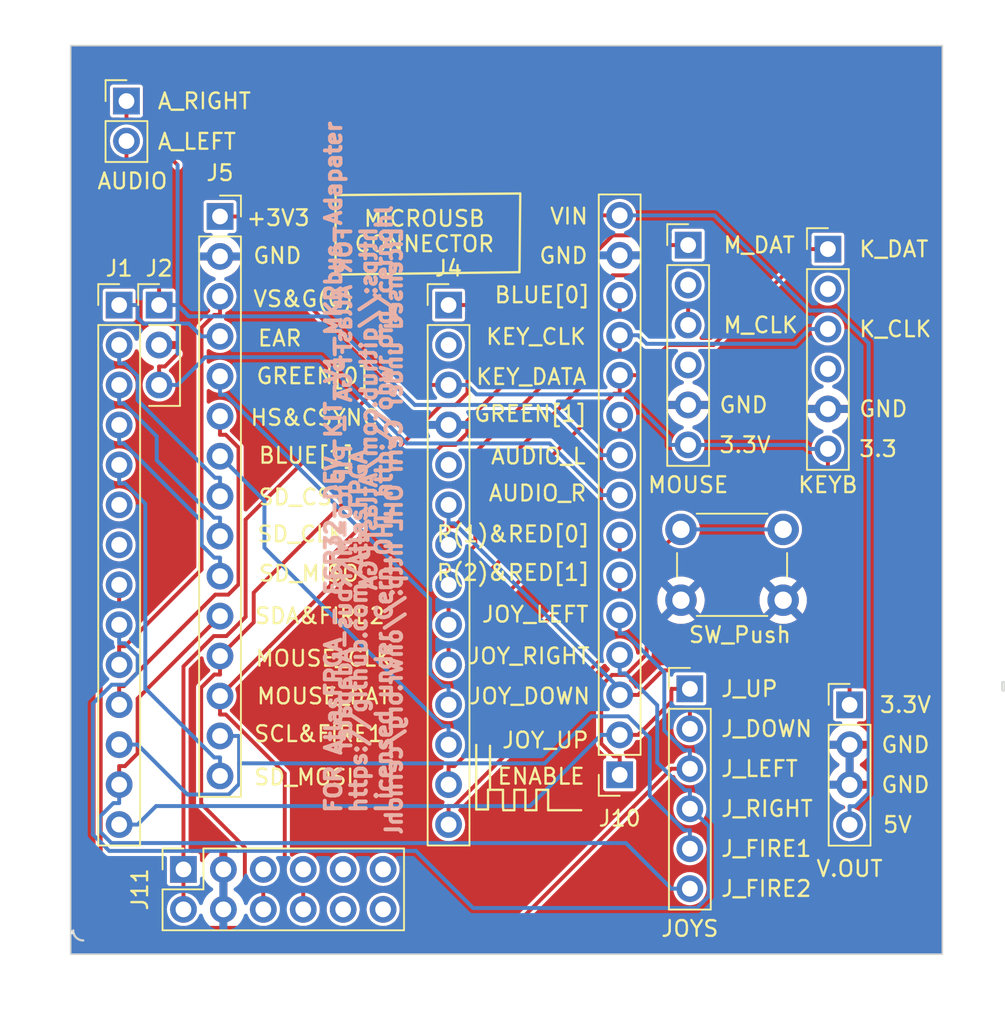
<source format=kicad_pcb>
(kicad_pcb (version 20211014) (generator pcbnew)
  (title_block (title "Atlas ESP32 DEV KIT V1 Adapter V0001") (date "2023-06-03") (rev "0001") (company "The Experiment Group") (comment 1 "LICENSE OHL CERN V2 S") (comment 2 "https://ohwr.org/cern_ohl_s_v2.txt"))
  (layers (0 "F.Cu" signal) (31 "B.Cu" signal) (34 "B.Paste" user) (35 "F.Paste" user) (36 "B.SilkS" user "B.Silkscreen") (37 "F.SilkS" user "F.Silkscreen") (38 "B.Mask" user) (39 "F.Mask" user) (44 "Edge.Cuts" user))
  (net 0 "")
  (net 1 "R12_SD_CS")
  (net 2 "T13_SD_CLK")
  (net 3 "R13_SD_MISO")
  (net 4 "T14_SD_MOSI")
  (net 5 "P14_SD_DATA1")
  (net 6 "R14_SD_DATA2")
  (net 7 "T15_JOY_LEFT")
  (net 8 "N16_JOY_RIGHT")
  (net 9 "TMDSC_P")
  (net 10 "TMDSC_N")
  (net 11 "K15_JOY_FIRE1")
  (net 12 "K16_JOY_FIRE2")
  (net 13 "J14_JOY_UP")
  (net 14 "GND")
  (net 15 "R11_RIGHT")
  (net 16 "+5V")
  (net 17 "VIN")
  (net 18 "+3.3V")
  (net 19 "RESET")
  (net 20 "R1_JOY_DOWN")
  (net 21 "TMDS_0_N")
  (net 22 "L2_KCLK")
  (net 23 "K2_KDAT")
  (net 24 "TMDS_1_P")
  (net 25 "TMDS_1_N")
  (net 26 "TMDS_0_P")
  (net 27 "TMDS_2_N")
  (net 28 "TMDS_2_P")
  (net 29 "MOUSE_DAT")
  (net 31 "MOUSE_CLK")
  (net 35 "Net-(J10-Pad1)")
  (footprint "Connector_PinHeader_2.54mm:PinHeader_1x06_P2.54mm_Vertical" (layer "F.Cu") (at 179.07 87.884)
    (fp_text reference "J8")
    (fp_text value "Conn_01x06" hide)
    (fp_text user "K_DAT" (at 1.905 0 unlocked) (layer "F.SilkS") (effects (justify left)))
    (fp_text user "K_CLK" (at 1.905 5.08 unlocked) (layer "F.SilkS") (effects (justify left)))
    (fp_text user "GND" (at 1.905 10.16 unlocked) (layer "F.SilkS") (effects (justify left)))
    (fp_text user "3.3" (at 1.905 12.7 unlocked) (layer "F.SilkS") (effects (justify left)))
    (pad "1" thru_hole rect (at 0 0) (size 1.7 1.7) (drill 1) (layers *.Cu *.Mask) (net 23 "K2_KDAT"))
    (pad "2" thru_hole oval (at 0 2.54) (size 1.7 1.7) (drill 1) (layers *.Cu *.Mask))
    (pad "3" thru_hole oval (at 0 5.08) (size 1.7 1.7) (drill 1) (layers *.Cu *.Mask) (net 22 "L2_KCLK"))
    (pad "4" thru_hole oval (at 0 7.62) (size 1.7 1.7) (drill 1) (layers *.Cu *.Mask))
    (pad "5" thru_hole oval (at 0 10.16) (size 1.7 1.7) (drill 1) (layers *.Cu *.Mask) (net 14 "GND"))
    (pad "6" thru_hole oval (at 0 12.7) (size 1.7 1.7) (drill 1) (layers *.Cu *.Mask) (net 18 "+3.3V"))
  )
  (footprint "Connector_PinHeader_2.54mm:PinHeader_1x14_P2.54mm_Vertical" (layer "F.Cu") (at 133.985 91.44)
    (fp_text reference "J1" (at 0 -2.33) (layer "F.SilkS"))
    (fp_text value "Conn_01x14" hide)
    (pad "1" thru_hole rect locked (at 0 0) (size 1.7 1.7) (drill 1) (layers *.Cu *.Mask) (net 15 "R11_RIGHT"))
    (pad "2" thru_hole oval locked (at 0 2.54) (size 1.7 1.7) (drill 1) (layers *.Cu *.Mask) (net 1 "R12_SD_CS"))
    (pad "3" thru_hole oval locked (at 0 5.08) (size 1.7 1.7) (drill 1) (layers *.Cu *.Mask) (net 2 "T13_SD_CLK"))
    (pad "4" thru_hole oval locked (at 0 7.62) (size 1.7 1.7) (drill 1) (layers *.Cu *.Mask) (net 3 "R13_SD_MISO"))
    (pad "5" thru_hole oval locked (at 0 10.16) (size 1.7 1.7) (drill 1) (layers *.Cu *.Mask) (net 4 "T14_SD_MOSI"))
    (pad "6" thru_hole oval locked (at 0 12.7) (size 1.7 1.7) (drill 1) (layers *.Cu *.Mask) (net 5 "P14_SD_DATA1"))
    (pad "7" thru_hole oval locked (at 0 15.24) (size 1.7 1.7) (drill 1) (layers *.Cu *.Mask) (net 6 "R14_SD_DATA2"))
    (pad "8" thru_hole oval locked (at 0 17.78) (size 1.7 1.7) (drill 1) (layers *.Cu *.Mask) (net 7 "T15_JOY_LEFT"))
    (pad "9" thru_hole oval locked (at 0 20.32) (size 1.7 1.7) (drill 1) (layers *.Cu *.Mask) (net 8 "N16_JOY_RIGHT"))
    (pad "10" thru_hole oval locked (at 0 22.86) (size 1.7 1.7) (drill 1) (layers *.Cu *.Mask) (net 9 "TMDSC_P"))
    (pad "11" thru_hole oval locked (at 0 25.4) (size 1.7 1.7) (drill 1) (layers *.Cu *.Mask) (net 10 "TMDSC_N"))
    (pad "12" thru_hole oval locked (at 0 27.94) (size 1.7 1.7) (drill 1) (layers *.Cu *.Mask) (net 11 "K15_JOY_FIRE1"))
    (pad "13" thru_hole oval locked (at 0 30.48) (size 1.7 1.7) (drill 1) (layers *.Cu *.Mask) (net 12 "K16_JOY_FIRE2"))
    (pad "14" thru_hole oval locked (at 0 33.02) (size 1.7 1.7) (drill 1) (layers *.Cu *.Mask) (net 13 "J14_JOY_UP"))
  )
  (footprint "Connector_PinHeader_2.54mm:PinHeader_1x14_P2.54mm_Vertical" (layer "F.Cu") (at 154.94 91.44)
    (fp_text reference "J4" (at 0 -2.33) (layer "F.SilkS"))
    (fp_text value "Conn_01x14")
    (pad "1" thru_hole rect locked (at 0 0) (size 1.7 1.7) (drill 1) (layers *.Cu *.Mask) (net 16 "+5V"))
    (pad "2" thru_hole oval locked (at 0 2.54) (size 1.7 1.7) (drill 1) (layers *.Cu *.Mask) (net 17 "VIN"))
    (pad "3" thru_hole oval locked (at 0 5.08) (size 1.7 1.7) (drill 1) (layers *.Cu *.Mask) (net 18 "+3.3V"))
    (pad "4" thru_hole oval locked (at 0 7.62) (size 1.7 1.7) (drill 1) (layers *.Cu *.Mask) (net 14 "GND"))
    (pad "5" thru_hole oval locked (at 0 10.16) (size 1.7 1.7) (drill 1) (layers *.Cu *.Mask) (net 19 "RESET"))
    (pad "6" thru_hole oval locked (at 0 12.7) (size 1.7 1.7) (drill 1) (layers *.Cu *.Mask) (net 20 "R1_JOY_DOWN"))
    (pad "7" thru_hole oval locked (at 0 15.24) (size 1.7 1.7) (drill 1) (layers *.Cu *.Mask) (net 21 "TMDS_0_N"))
    (pad "8" thru_hole oval locked (at 0 17.78) (size 1.7 1.7) (drill 1) (layers *.Cu *.Mask) (net 22 "L2_KCLK"))
    (pad "9" thru_hole oval locked (at 0 20.32) (size 1.7 1.7) (drill 1) (layers *.Cu *.Mask) (net 23 "K2_KDAT"))
    (pad "10" thru_hole oval locked (at 0 22.86) (size 1.7 1.7) (drill 1) (layers *.Cu *.Mask) (net 24 "TMDS_1_P"))
    (pad "11" thru_hole oval locked (at 0 25.4) (size 1.7 1.7) (drill 1) (layers *.Cu *.Mask) (net 25 "TMDS_1_N"))
    (pad "12" thru_hole oval locked (at 0 27.94) (size 1.7 1.7) (drill 1) (layers *.Cu *.Mask) (net 26 "TMDS_0_P"))
    (pad "13" thru_hole oval locked (at 0 30.48) (size 1.7 1.7) (drill 1) (layers *.Cu *.Mask) (net 27 "TMDS_2_N"))
    (pad "14" thru_hole oval locked (at 0 33.02) (size 1.7 1.7) (drill 1) (layers *.Cu *.Mask) (net 28 "TMDS_2_P"))
  )
  (footprint "Connector_PinHeader_2.54mm:PinHeader_1x06_P2.54mm_Vertical" (layer "F.Cu") (at 170.29 115.834)
    (fp_text reference "J9")
    (fp_text value "Conn_01x06" hide)
    (fp_text user "J_DOWN" (at 1.905 2.54 unlocked) (layer "F.SilkS") (effects (justify left)))
    (fp_text user "J_RIGHT" (at 1.905 7.62 unlocked) (layer "F.SilkS") (effects (justify left)))
    (fp_text user "J_FIRE2" (at 1.905 12.7 unlocked) (layer "F.SilkS") (effects (justify left)))
    (fp_text user "J_FIRE1" (at 1.905 10.16 unlocked) (layer "F.SilkS") (effects (justify left)))
    (fp_text user "J_LEFT" (at 1.905 5.08 unlocked) (layer "F.SilkS") (effects (justify left)))
    (fp_text user "J_UP" (at 1.905 0 unlocked) (layer "F.SilkS") (effects (justify left)))
    (pad "1" thru_hole rect (at 0 0) (size 1.7 1.7) (drill 1) (layers *.Cu *.Mask) (net 13 "J14_JOY_UP"))
    (pad "2" thru_hole oval (at 0 2.54) (size 1.7 1.7) (drill 1) (layers *.Cu *.Mask) (net 20 "R1_JOY_DOWN"))
    (pad "3" thru_hole oval (at 0 5.08) (size 1.7 1.7) (drill 1) (layers *.Cu *.Mask) (net 7 "T15_JOY_LEFT"))
    (pad "4" thru_hole oval (at 0 7.62) (size 1.7 1.7) (drill 1) (layers *.Cu *.Mask) (net 8 "N16_JOY_RIGHT"))
    (pad "5" thru_hole oval (at 0 10.16) (size 1.7 1.7) (drill 1) (layers *.Cu *.Mask) (net 11 "K15_JOY_FIRE1"))
    (pad "6" thru_hole oval (at 0 12.7) (size 1.7 1.7) (drill 1) (layers *.Cu *.Mask) (net 12 "K16_JOY_FIRE2"))
  )
  (footprint "Connector_PinSocket_2.54mm:PinSocket_1x15_P2.54mm_Vertical" (layer "F.Cu") (at 165.825 121.3 180)
    (fp_text reference "J10" (at 0 -2.77) (layer "F.SilkS"))
    (fp_text value "ESP32-a")
    (pad "1" thru_hole rect (at 0 0 180) (size 1.7 1.7) (drill 1) (layers *.Cu *.Mask) (net 35 "Net-(J10-Pad1)"))
    (pad "2" thru_hole oval (at 0 2.54 180) (size 1.7 1.7) (drill 1) (layers *.Cu *.Mask) (net 13 "J14_JOY_UP"))
    (pad "3" thru_hole oval (at 0 5.08 180) (size 1.7 1.7) (drill 1) (layers *.Cu *.Mask) (net 20 "R1_JOY_DOWN"))
    (pad "4" thru_hole oval (at 0 7.62 180) (size 1.7 1.7) (drill 1) (layers *.Cu *.Mask) (net 8 "N16_JOY_RIGHT"))
    (pad "5" thru_hole oval (at 0 10.16 180) (size 1.7 1.7) (drill 1) (layers *.Cu *.Mask) (net 7 "T15_JOY_LEFT"))
    (pad "6" thru_hole oval (at 0 12.7 180) (size 1.7 1.7) (drill 1) (layers *.Cu *.Mask) (net 28 "TMDS_2_P"))
    (pad "7" thru_hole oval (at 0 15.24 180) (size 1.7 1.7) (drill 1) (layers *.Cu *.Mask) (net 27 "TMDS_2_N"))
    (pad "8" thru_hole oval (at 0 17.78 180) (size 1.7 1.7) (drill 1) (layers *.Cu *.Mask) (net 15 "R11_RIGHT"))
    (pad "9" thru_hole oval (at 0 20.32 180) (size 1.7 1.7) (drill 1) (layers *.Cu *.Mask) (net 15 "R11_RIGHT"))
    (pad "10" thru_hole oval (at 0 22.86 180) (size 1.7 1.7) (drill 1) (layers *.Cu *.Mask) (net 24 "TMDS_1_P"))
    (pad "11" thru_hole oval (at 0 25.4 180) (size 1.7 1.7) (drill 1) (layers *.Cu *.Mask) (net 23 "K2_KDAT"))
    (pad "12" thru_hole oval (at 0 27.94 180) (size 1.7 1.7) (drill 1) (layers *.Cu *.Mask) (net 22 "L2_KCLK"))
    (pad "13" thru_hole oval (at 0 30.48 180) (size 1.7 1.7) (drill 1) (layers *.Cu *.Mask) (net 21 "TMDS_0_N"))
    (pad "14" thru_hole oval (at 0 33.02 180) (size 1.7 1.7) (drill 1) (layers *.Cu *.Mask) (net 14 "GND"))
    (pad "15" thru_hole oval (at 0 35.56 180) (size 1.7 1.7) (drill 1) (layers *.Cu *.Mask) (net 16 "+5V"))
  )
  (footprint "Connector_PinHeader_2.54mm:PinHeader_1x03_P2.54mm_Vertical" (layer "F.Cu") (at 136.525 91.44)
    (fp_text reference "J2" (at 0 -2.33) (layer "F.SilkS"))
    (fp_text value "Conn_01x03" hide)
    (pad "1" thru_hole rect (at 0 0) (size 1.7 1.7) (drill 1) (layers *.Cu *.Mask) (net 15 "R11_RIGHT"))
    (pad "2" thru_hole oval (at 0 2.54) (size 1.7 1.7) (drill 1) (layers *.Cu *.Mask) (net 14 "GND"))
    (pad "3" thru_hole oval (at 0 5.08) (size 1.7 1.7) (drill 1) (layers *.Cu *.Mask) (net 15 "R11_RIGHT"))
  )
  (footprint "Connector_PinSocket_2.54mm:PinSocket_1x15_P2.54mm_Vertical" (layer "F.Cu") (at 140.4 85.81)
    (fp_text reference "J5" (at 0 -2.77) (layer "F.SilkS"))
    (fp_text value "ESP32-b")
    (pad "1" thru_hole rect (at 0 0) (size 1.7 1.7) (drill 1) (layers *.Cu *.Mask) (net 18 "+3.3V"))
    (pad "2" thru_hole oval (at 0 2.54) (size 1.7 1.7) (drill 1) (layers *.Cu *.Mask) (net 14 "GND"))
    (pad "3" thru_hole oval (at 0 5.08) (size 1.7 1.7) (drill 1) (layers *.Cu *.Mask) (net 9 "TMDSC_P"))
    (pad "4" thru_hole oval (at 0 7.62) (size 1.7 1.7) (drill 1) (layers *.Cu *.Mask) (net 15 "R11_RIGHT"))
    (pad "5" thru_hole oval (at 0 10.16) (size 1.7 1.7) (drill 1) (layers *.Cu *.Mask) (net 25 "TMDS_1_N"))
    (pad "6" thru_hole oval (at 0 12.7) (size 1.7 1.7) (drill 1) (layers *.Cu *.Mask) (net 10 "TMDSC_N"))
    (pad "7" thru_hole oval (at 0 15.24) (size 1.7 1.7) (drill 1) (layers *.Cu *.Mask) (net 26 "TMDS_0_P"))
    (pad "8" thru_hole oval (at 0 17.78) (size 1.7 1.7) (drill 1) (layers *.Cu *.Mask) (net 1 "R12_SD_CS"))
    (pad "9" thru_hole oval (at 0 20.32) (size 1.7 1.7) (drill 1) (layers *.Cu *.Mask) (net 2 "T13_SD_CLK"))
    (pad "10" thru_hole oval (at 0 22.86) (size 1.7 1.7) (drill 1) (layers *.Cu *.Mask) (net 3 "R13_SD_MISO"))
    (pad "11" thru_hole oval (at 0 25.4) (size 1.7 1.7) (drill 1) (layers *.Cu *.Mask) (net 12 "K16_JOY_FIRE2"))
    (pad "12" thru_hole oval (at 0 27.94) (size 1.7 1.7) (drill 1) (layers *.Cu *.Mask) (net 31 "MOUSE_CLK"))
    (pad "13" thru_hole oval (at 0 30.48) (size 1.7 1.7) (drill 1) (layers *.Cu *.Mask) (net 29 "MOUSE_DAT"))
    (pad "14" thru_hole oval (at 0 33.02) (size 1.7 1.7) (drill 1) (layers *.Cu *.Mask) (net 11 "K15_JOY_FIRE1"))
    (pad "15" thru_hole oval (at 0 35.56) (size 1.7 1.7) (drill 1) (layers *.Cu *.Mask) (net 4 "T14_SD_MOSI"))
  )
  (footprint "Button_Switch_THT:SW_PUSH_6mm" (layer "F.Cu") (at 169.724 105.7)
    (fp_text reference "SW1")
    (fp_text value "SW_Push" (at 3.75 6.7) (layer "F.SilkS"))
    (pad "1" thru_hole circle locked (at 6.5 0 90) (size 2 2) (drill 1.1) (layers *.Cu *.Mask) (net 35 "Net-(J10-Pad1)"))
    (pad "1" thru_hole circle locked (at 0 0 90) (size 2 2) (drill 1.1) (layers *.Cu *.Mask) (net 35 "Net-(J10-Pad1)"))
    (pad "2" thru_hole circle locked (at 0 4.5 90) (size 2 2) (drill 1.1) (layers *.Cu *.Mask) (net 14 "GND"))
    (pad "2" thru_hole circle locked (at 6.5 4.5 90) (size 2 2) (drill 1.1) (layers *.Cu *.Mask) (net 14 "GND"))
  )
  (footprint "Connector_PinHeader_2.54mm:PinHeader_1x02_P2.54mm_Vertical" (layer "F.Cu") (at 134.45 78.475)
    (fp_text reference "J3")
    (fp_text value "Conn_01x02" hide)
    (fp_text user "A_LEFT" (at 1.905 2.57 unlocked) (layer "F.SilkS") (effects (justify left)))
    (fp_text user "A_RIGHT" (at 1.905 0 unlocked) (layer "F.SilkS") (effects (justify left)))
    (pad "1" thru_hole rect (at 0 0) (size 1.7 1.7) (drill 1) (layers *.Cu *.Mask) (net 15 "R11_RIGHT"))
    (pad "2" thru_hole oval (at 0 2.54) (size 1.7 1.7) (drill 1) (layers *.Cu *.Mask) (net 15 "R11_RIGHT"))
  )
  (footprint "Connector_PinHeader_2.54mm:PinHeader_1x04_P2.54mm_Vertical" (layer "F.Cu") (at 180.45 116.85)
    (fp_text reference "J7")
    (fp_text value "Conn_01x04" hide)
    (fp_text user "GND" (at 3.556 2.54 unlocked) (layer "F.SilkS"))
    (fp_text user "GND" (at 3.556 5.08 unlocked) (layer "F.SilkS"))
    (fp_text user "3.3V" (at 3.556 0 unlocked) (layer "F.SilkS"))
    (fp_text user "5V" (at 3.048 7.62 unlocked) (layer "F.SilkS"))
    (pad "1" thru_hole rect (at 0 0) (size 1.7 1.7) (drill 1) (layers *.Cu *.Mask) (net 18 "+3.3V"))
    (pad "2" thru_hole oval (at 0 2.54) (size 1.7 1.7) (drill 1) (layers *.Cu *.Mask) (net 14 "GND"))
    (pad "3" thru_hole oval (at 0 5.08) (size 1.7 1.7) (drill 1) (layers *.Cu *.Mask) (net 14 "GND"))
    (pad "4" thru_hole oval (at 0 7.62) (size 1.7 1.7) (drill 1) (layers *.Cu *.Mask) (net 16 "+5V"))
  )
  (footprint "Connector_PinSocket_2.54mm:PinSocket_2x06_P2.54mm_Vertical" (layer "F.Cu") (at 138.075 127.31 90)
    (fp_text reference "J11" (at -1.27 -2.77 90) (layer "F.SilkS"))
    (fp_text value "Conn_02x06_Odd_Even")
    (pad "1" thru_hole rect (at 0 0 90) (size 1.7 1.7) (drill 1) (layers *.Cu *.Mask) (net 18 "+3.3V"))
    (pad "2" thru_hole oval (at -2.54 0 90) (size 1.7 1.7) (drill 1) (layers *.Cu *.Mask) (net 18 "+3.3V"))
    (pad "3" thru_hole oval (at 0 2.54 90) (size 1.7 1.7) (drill 1) (layers *.Cu *.Mask) (net 14 "GND"))
    (pad "4" thru_hole oval (at -2.54 2.54 90) (size 1.7 1.7) (drill 1) (layers *.Cu *.Mask) (net 14 "GND"))
    (pad "5" thru_hole oval (at 0 5.08 90) (size 1.7 1.7) (drill 1) (layers *.Cu *.Mask))
    (pad "6" thru_hole oval (at -2.54 5.08 90) (size 1.7 1.7) (drill 1) (layers *.Cu *.Mask) (net 31 "MOUSE_CLK"))
    (pad "7" thru_hole oval (at 0 7.62 90) (size 1.7 1.7) (drill 1) (layers *.Cu *.Mask))
    (pad "8" thru_hole oval (at -2.54 7.62 90) (size 1.7 1.7) (drill 1) (layers *.Cu *.Mask) (net 29 "MOUSE_DAT"))
    (pad "9" thru_hole oval (at 0 10.16 90) (size 1.7 1.7) (drill 1) (layers *.Cu *.Mask))
    (pad "10" thru_hole oval (at -2.54 10.16 90) (size 1.7 1.7) (drill 1) (layers *.Cu *.Mask))
    (pad "11" thru_hole oval (at 0 12.7 90) (size 1.7 1.7) (drill 1) (layers *.Cu *.Mask))
    (pad "12" thru_hole oval (at -2.54 12.7 90) (size 1.7 1.7) (drill 1) (layers *.Cu *.Mask))
  )
  (footprint "Connector_PinHeader_2.54mm:PinHeader_1x06_P2.54mm_Vertical" (layer "F.Cu") (at 170.18 87.63)
    (fp_text reference "J6")
    (fp_text value "Conn_01x06" hide)
    (fp_text user "M_DAT" (at 2.159 0 unlocked) (layer "F.SilkS") (effects (justify left)))
    (fp_text user "M_CLK" (at 2.159 5.08 unlocked) (layer "F.SilkS") (effects (justify left)))
    (fp_text user "3.3V" (at 1.905 12.7 unlocked) (layer "F.SilkS") (effects (justify left)))
    (fp_text user "GND" (at 1.905 10.16 unlocked) (layer "F.SilkS") (effects (justify left)))
    (pad "1" thru_hole rect (at 0 0) (size 1.7 1.7) (drill 1) (layers *.Cu *.Mask) (net 29 "MOUSE_DAT"))
    (pad "2" thru_hole oval (at 0 2.54) (size 1.7 1.7) (drill 1) (layers *.Cu *.Mask))
    (pad "3" thru_hole oval (at 0 5.08) (size 1.7 1.7) (drill 1) (layers *.Cu *.Mask) (net 31 "MOUSE_CLK"))
    (pad "4" thru_hole oval (at 0 7.62) (size 1.7 1.7) (drill 1) (layers *.Cu *.Mask))
    (pad "5" thru_hole oval (at 0 10.16) (size 1.7 1.7) (drill 1) (layers *.Cu *.Mask) (net 14 "GND"))
    (pad "6" thru_hole oval (at 0 12.7) (size 1.7 1.7) (drill 1) (layers *.Cu *.Mask) (net 18 "+3.3V"))
  )
  (gr_line (start 157.45 122.25) (end 158.4 122.25) (layer "F.SilkS") (width 0.15))
  (gr_line (start 159.825 122.25) (end 159.825 123.55) (layer "F.SilkS") (width 0.15))
  (gr_line (start 161.275 123.55) (end 163.375 123.55) (layer "F.SilkS") (width 0.15))
  (gr_line (start 160.525 122.25) (end 161.275 122.25) (layer "F.SilkS") (width 0.15))
  (gr_line (start 156.7 119.4) (end 156.7 123.5) (layer "F.SilkS") (width 0.15))
  (gr_line (start 159.825 123.55) (end 160.525 123.55) (layer "F.SilkS") (width 0.15))
  (gr_line (start 160.525 123.55) (end 160.525 122.25) (layer "F.SilkS") (width 0.15))
  (gr_line (start 158.4 122.25) (end 158.4 123.3) (layer "F.SilkS") (width 0.15))
  (gr_line (start 158.4 123.3) (end 158.425 123.55) (layer "F.SilkS") (width 0.15))
  (gr_line (start 157.575 119.45) (end 157.575 122.25) (layer "F.SilkS") (width 0.15))
  (gr_line (start 156.7 123.5) (end 157.45 123.5) (layer "F.SilkS") (width 0.15))
  (gr_line (start 161.275 122.25) (end 161.275 123.55) (layer "F.SilkS") (width 0.15))
  (gr_line (start 158.425 123.55) (end 159.125 123.55) (layer "F.SilkS") (width 0.15))
  (gr_line (start 159.125 123.55) (end 159.125 122.25) (layer "F.SilkS") (width 0.15))
  (gr_line (start 159.5 84.35) (end 147.75 84.45) (layer "F.SilkS") (width 0.15))
  (gr_line (start 159.125 122.25) (end 159.825 122.25) (layer "F.SilkS") (width 0.15))
  (gr_line (start 157.45 123.5) (end 157.45 122.25) (layer "F.SilkS") (width 0.15))
  (gr_line (start 147.75 89.5) (end 159.45 89.35) (layer "F.SilkS") (width 0.15))
  (gr_line (start 159.45 89.35) (end 159.5 84.35) (layer "F.SilkS") (width 0.15))
  (gr_line (start 147.75 84.45) (end 147.75 89.5) (layer "F.SilkS") (width 0.15))
  (gr_rect (start 190.3 115.95) (end 190.15 115.4) (layer "Edge.Cuts") (width 0.1) (fill none))
  (gr_rect (start 130.9 74.95) (end 186.35 132.7) (layer "Edge.Cuts") (width 0.1) (fill none))
  (gr_arc (start 131.699 131.826) (mid 131.249987 131.640013) (end 131.064 131.191) (layer "Edge.Cuts") (width 0.15))
  (gr_text "FOR AtlasFPGA - PiPico-MKRbus-Adapater\nhttps://github.com/AtlasFPGA\nLicensed under Cern OHL http://ohwr.org/cernohl" (at 149.86 86.36 90) (layer "B.SilkS") (effects (font (size 1 1) (thickness 0.25)) (justify left mirror)))
  (gr_text "FOR AtlasFPGA - ESP32-DEV-KIT-V1-MKRbus-Adapater\nhttps://github.com/AtlasFPGA\nLicensed under Cern OHL http://ohwr.org/cernohl" (at 149.225 123.825 90) (layer "B.SilkS") (effects (font (size 1 1) (thickness 0.25)) (justify left)))
  (gr_text "AUDIO_R" (at 160.6 103.4) (layer "F.SilkS") (effects (font (size 1 1))))
  (gr_text "MOUSE_CLK\n" (at 147 113.9) (layer "F.SilkS") (effects (font (size 1 1))))
  (gr_text "EAR\n" (at 144.2 93.55) (layer "F.SilkS") (effects (font (size 1 1))))
  (gr_text "JOYS" (at 170.29 131.074) (layer "F.SilkS") (effects (font (size 1 1))))
  (gr_text "KEY_DATA\n" (at 160.2 96) (layer "F.SilkS") (effects (font (size 1 1))))
  (gr_text "R(1)&RED[0]" (at 159.05 106) (layer "F.SilkS") (effects (font (size 1 1))))
  (gr_text "KEYB" (at 179.07 102.87) (layer "F.SilkS") (effects (font (size 1 1))))
  (gr_text "BLUE[1]" (at 145.9 101) (layer "F.SilkS") (effects (font (size 1 1))))
  (gr_text "SCL&FIRE1\n\n" (at 146.675 119.5) (layer "F.SilkS") (effects (font (size 1 1))))
  (gr_text "JOY_UP" (at 161.1 119.1) (layer "F.SilkS") (effects (font (size 1 1))))
  (gr_text "JOY_DOWN" (at 160.1 116.3) (layer "F.SilkS") (effects (font (size 1 1))))
  (gr_text "SD_MISO\n" (at 146.05 108.5) (layer "F.SilkS") (effects (font (size 1 1))))
  (gr_text "AUDIO_L\n" (at 160.65 101.05) (layer "F.SilkS") (effects (font (size 1 1))))
  (gr_text "AUDIO" (at 134.831 83.56) (layer "F.SilkS") (effects (font (size 1 1))))
  (gr_text "ENABLE" (at 160.825 121.4) (layer "F.SilkS") (effects (font (size 1 1))))
  (gr_text "SDA&FIRE2" (at 146.75 111.2) (layer "F.SilkS") (effects (font (size 1 1))))
  (gr_text "KEY_CLK\n" (at 160.5 93.45) (layer "F.SilkS") (effects (font (size 1 1))))
  (gr_text "V.OUT" (at 180.45 127.264) (layer "F.SilkS") (effects (font (size 1 1))))
  (gr_text "MICROUSB\nCONNECTOR\n" (at 153.4 86.75) (layer "F.SilkS") (effects (font (size 1 1))))
  (gr_text "+3V3" (at 144.1 85.9) (layer "F.SilkS") (effects (font (size 1 1))))
  (gr_text "SD_CS" (at 145.2 103.65) (layer "F.SilkS") (effects (font (size 1 1))))
  (gr_text "MOUSE_DAT" (at 147 116.3) (layer "F.SilkS") (effects (font (size 1 1))))
  (gr_text "GREEN[0]" (at 146.3 95.95) (layer "F.SilkS") (effects (font (size 1 1))))
  (gr_text "JOY_LEFT" (at 160.45 111.1) (layer "F.SilkS") (effects (font (size 1 1))))
  (gr_text "BLUE[0]" (at 160.9 90.8) (layer "F.SilkS") (effects (font (size 1 1))))
  (gr_text "JOY_RIGHT" (at 160.05 113.75) (layer "F.SilkS") (effects (font (size 1 1))))
  (gr_text "GND\n" (at 162.25 88.3) (layer "F.SilkS") (effects (font (size 1 1))))
  (gr_text "VS&G(0)" (at 145.7 91.05) (layer "F.SilkS") (effects (font (size 1 1))))
  (gr_text "MOUSE" (at 170.18 102.87) (layer "F.SilkS") (effects (font (size 1 1))))
  (gr_text "R(2)&RED[1]" (at 159.05 108.45) (layer "F.SilkS") (effects (font (size 1 1))))
  (gr_text "VIN" (at 162.6 85.8) (layer "F.SilkS") (effects (font (size 1 1))))
  (gr_text "GND\n" (at 144.05 88.3) (layer "F.SilkS") (effects (font (size 1 1))))
  (gr_text "SD_MOSI\n" (at 145.75 121.45) (layer "F.SilkS") (effects (font (size 1 1))))
  (gr_text "SD_CLK\n" (at 145.55 106) (layer "F.SilkS") (effects (font (size 1 1))))
  (gr_text "GREEN[1]" (at 160.15 98.35) (layer "F.SilkS") (effects (font (size 1 1))))
  (gr_text "HS&CSYNC\n\n" (at 146.4 99.4) (layer "F.SilkS") (effects (font (size 1 1))))
  (segment (start 135.1603 97.494) (end 135.1603 95.9632) (width 0.25) (layer "B.Cu") (net 1))
  (segment (start 135.1603 95.9632) (end 134.3524 95.1553) (width 0.25) (layer "B.Cu") (net 1))
  (segment (start 140.081 102.4147) (end 135.1603 97.494) (width 0.25) (layer "B.Cu") (net 1))
  (segment (start 134.3524 95.1553) (end 133.985 95.1553) (width 0.25) (layer "B.Cu") (net 1))
  (segment (start 133.985 93.98) (end 133.985 95.1553) (width 0.25) (layer "B.Cu") (net 1))
  (segment (start 140.4 102.4147) (end 140.081 102.4147) (width 0.25) (layer "B.Cu") (net 1))
  (segment (start 140.4 103.59) (end 140.4 102.4147) (width 0.25) (layer "B.Cu") (net 1))
  (segment (start 136.3754 101.3106) (end 136.3754 99.785) (width 0.25) (layer "B.Cu") (net 2))
  (segment (start 140.4 104.9547) (end 140.0195 104.9547) (width 0.25) (layer "B.Cu") (net 2))
  (segment (start 136.3754 99.785) (end 134.2857 97.6953) (width 0.25) (layer "B.Cu") (net 2))
  (segment (start 140.4 106.13) (end 140.4 104.9547) (width 0.25) (layer "B.Cu") (net 2))
  (segment (start 134.2857 97.6953) (end 133.985 97.6953) (width 0.25) (layer "B.Cu") (net 2))
  (segment (start 140.0195 104.9547) (end 136.3754 101.3106) (width 0.25) (layer "B.Cu") (net 2))
  (segment (start 133.985 96.52) (end 133.985 97.6953) (width 0.25) (layer "B.Cu") (net 2))
  (segment (start 140.4 108.67) (end 140.4 107.4947) (width 0.25) (layer "B.Cu") (net 3))
  (segment (start 139.2247 105.1774) (end 134.2826 100.2353) (width 0.25) (layer "B.Cu") (net 3))
  (segment (start 133.985 99.06) (end 133.985 100.2353) (width 0.25) (layer "B.Cu") (net 3))
  (segment (start 140.4 107.4947) (end 140.0326 107.4947) (width 0.25) (layer "B.Cu") (net 3))
  (segment (start 134.2826 100.2353) (end 133.985 100.2353) (width 0.25) (layer "B.Cu") (net 3))
  (segment (start 140.0326 107.4947) (end 139.2247 106.6868) (width 0.25) (layer "B.Cu") (net 3))
  (segment (start 139.2247 106.6868) (end 139.2247 105.1774) (width 0.25) (layer "B.Cu") (net 3))
  (segment (start 134.3523 102.7753) (end 133.985 102.7753) (width 0.25) (layer "B.Cu") (net 4))
  (segment (start 135.6488 115.8108) (end 135.6488 104.0718) (width 0.25) (layer "B.Cu") (net 4))
  (segment (start 140.0327 120.1947) (end 135.6488 115.8108) (width 0.25) (layer "B.Cu") (net 4))
  (segment (start 140.4 121.37) (end 140.4 120.1947) (width 0.25) (layer "B.Cu") (net 4))
  (segment (start 140.4 120.1947) (end 140.0327 120.1947) (width 0.25) (layer "B.Cu") (net 4))
  (segment (start 133.985 101.6) (end 133.985 102.7753) (width 0.25) (layer "B.Cu") (net 4))
  (segment (start 135.6488 104.0718) (end 134.3523 102.7753) (width 0.25) (layer "B.Cu") (net 4))
  (segment (start 137.5654 131.0266) (end 132.8097 126.2709) (width 0.25) (layer "F.Cu") (net 7))
  (segment (start 170.29 120.914) (end 169.1147 120.914) (width 0.25) (layer "F.Cu") (net 7))
  (segment (start 132.8097 126.2709) (end 132.8097 111.2032) (width 0.25) (layer "F.Cu") (net 7))
  (segment (start 133.985 109.22) (end 133.985 110.3953) (width 0.25) (layer "F.Cu") (net 7))
  (segment (start 159.0021 131.0266) (end 137.5654 131.0266) (width 0.25) (layer "F.Cu") (net 7))
  (segment (start 169.1147 120.914) (end 159.0021 131.0266) (width 0.25) (layer "F.Cu") (net 7))
  (segment (start 133.6176 110.3953) (end 133.985 110.3953) (width 0.25) (layer "F.Cu") (net 7))
  (segment (start 132.8097 111.2032) (end 133.6176 110.3953) (width 0.25) (layer "F.Cu") (net 7))
  (segment (start 168.6644 114.7874) (end 168.6644 118.4805) (width 0.25) (layer "B.Cu") (net 7))
  (segment (start 170.29 120.914) (end 170.29 119.7387) (width 0.25) (layer "B.Cu") (net 7))
  (segment (start 169.9226 119.7387) (end 170.29 119.7387) (width 0.25) (layer "B.Cu") (net 7))
  (segment (start 166.1923 112.3153) (end 168.6644 114.7874) (width 0.25) (layer "B.Cu") (net 7))
  (segment (start 165.825 112.3153) (end 166.1923 112.3153) (width 0.25) (layer "B.Cu") (net 7))
  (segment (start 168.6644 118.4805) (end 169.9226 119.7387) (width 0.25) (layer "B.Cu") (net 7))
  (segment (start 165.825 111.14) (end 165.825 112.3153) (width 0.25) (layer "B.Cu") (net 7))
  (segment (start 156.4925 129.7629) (end 170.743 129.7629) (width 0.25) (layer "B.Cu") (net 8))
  (segment (start 171.492 124.5704) (end 170.29 123.3684) (width 0.25) (layer "B.Cu") (net 8))
  (segment (start 133.5144 115.57) (end 132.3116 116.7728) (width 0.25) (layer "B.Cu") (net 8))
  (segment (start 133.985 111.76) (end 133.985 112.9353) (width 0.25) (layer "B.Cu") (net 8))
  (segment (start 168.2141 120.5154) (end 169.9774 122.2787) (width 0.25) (layer "B.Cu") (net 8))
  (segment (start 135.1603 114.7946) (end 134.3849 115.57) (width 0.25) (layer "B.Cu") (net 8))
  (segment (start 133.3532 126.1347) (end 152.8643 126.1347) (width 0.25) (layer "B.Cu") (net 8))
  (segment (start 170.29 123.2453) (end 170.29 122.2787) (width 0.25) (layer "B.Cu") (net 8))
  (segment (start 135.1603 113.7432) (end 135.1603 114.7946) (width 0.25) (layer "B.Cu") (net 8))
  (segment (start 168.2141 116.877) (end 168.2141 120.5154) (width 0.25) (layer "B.Cu") (net 8))
  (segment (start 169.9774 122.2787) (end 170.29 122.2787) (width 0.25) (layer "B.Cu") (net 8))
  (segment (start 165.825 114.8553) (end 166.1924 114.8553) (width 0.25) (layer "B.Cu") (net 8))
  (segment (start 132.3116 116.7728) (end 132.3116 125.0931) (width 0.25) (layer "B.Cu") (net 8))
  (segment (start 134.3524 112.9353) (end 135.1603 113.7432) (width 0.25) (layer "B.Cu") (net 8))
  (segment (start 134.3849 115.57) (end 133.5144 115.57) (width 0.25) (layer "B.Cu") (net 8))
  (segment (start 132.3116 125.0931) (end 133.3532 126.1347) (width 0.25) (layer "B.Cu") (net 8))
  (segment (start 170.29 123.454) (end 170.29 123.3684) (width 0.25) (layer "B.Cu") (net 8))
  (segment (start 171.492 129.0139) (end 171.492 124.5704) (width 0.25) (layer "B.Cu") (net 8))
  (segment (start 166.1924 114.8553) (end 168.2141 116.877) (width 0.25) (layer "B.Cu") (net 8))
  (segment (start 165.825 113.68) (end 165.825 114.8553) (width 0.25) (layer "B.Cu") (net 8))
  (segment (start 152.8643 126.1347) (end 156.4925 129.7629) (width 0.25) (layer "B.Cu") (net 8))
  (segment (start 170.743 129.7629) (end 171.492 129.0139) (width 0.25) (layer "B.Cu") (net 8))
  (segment (start 170.29 123.2453) (end 170.29 123.3684) (width 0.25) (layer "B.Cu") (net 8))
  (segment (start 133.985 112.9353) (end 134.3524 112.9353) (width 0.25) (layer "B.Cu") (net 8))
  (segment (start 140.0326 92.0653) (end 139.2247 92.8732) (width 0.25) (layer "F.Cu") (net 9))
  (segment (start 140.4 90.89) (end 140.4 92.0653) (width 0.25) (layer "F.Cu") (net 9))
  (segment (start 139.2247 92.8732) (end 139.2247 108.2523) (width 0.25) (layer "F.Cu") (net 9))
  (segment (start 133.985 114.3) (end 133.985 113.1247) (width 0.25) (layer "F.Cu") (net 9))
  (segment (start 134.3523 113.1247) (end 133.985 113.1247) (width 0.25) (layer "F.Cu") (net 9))
  (segment (start 139.2247 108.2523) (end 134.3523 113.1247) (width 0.25) (layer "F.Cu") (net 9))
  (segment (start 140.4 92.0653) (end 140.0326 92.0653) (width 0.25) (layer "F.Cu") (net 9))
  (segment (start 140.4 98.51) (end 140.4 99.6853) (width 0.25) (layer "F.Cu") (net 10))
  (segment (start 134.2826 115.6647) (end 133.985 115.6647) (width 0.25) (layer "F.Cu") (net 10))
  (segment (start 140.4 99.6853) (end 140.7673 99.6853) (width 0.25) (layer "F.Cu") (net 10))
  (segment (start 140.9271 109.8454) (end 140.1019 109.8454) (width 0.25) (layer "F.Cu") (net 10))
  (segment (start 141.578 109.1945) (end 140.9271 109.8454) (width 0.25) (layer "F.Cu") (net 10))
  (segment (start 133.985 116.84) (end 133.985 115.6647) (width 0.25) (layer "F.Cu") (net 10))
  (segment (start 140.1019 109.8454) (end 134.2826 115.6647) (width 0.25) (layer "F.Cu") (net 10))
  (segment (start 140.7673 99.6853) (end 141.578 100.496) (width 0.25) (layer "F.Cu") (net 10))
  (segment (start 141.578 100.496) (end 141.578 109.1945) (width 0.25) (layer "F.Cu") (net 10))
  (segment (start 161.0558 120.5688) (end 141.6149 120.5688) (width 0.25) (layer "B.Cu") (net 11))
  (segment (start 164.0447 117.5799) (end 161.0558 120.5688) (width 0.25) (layer "B.Cu") (net 11))
  (segment (start 141.6149 118.8696) (end 141.5753 118.83) (width 0.25) (layer "B.Cu") (net 11))
  (segment (start 170.29 125.994) (end 170.29 124.8187) (width 0.25) (layer "B.Cu") (net 11))
  (segment (start 135.1603 119.38) (end 138.3305 122.5502) (width 0.25) (layer "B.Cu") (net 11))
  (segment (start 133.985 119.38) (end 135.1603 119.38) (width 0.25) (layer "B.Cu") (net 11))
  (segment (start 140.4 118.83) (end 141.5753 118.83) (width 0.25) (layer "B.Cu") (net 11))
  (segment (start 170.29 124.8187) (end 169.9227 124.8187) (width 0.25) (layer "B.Cu") (net 11))
  (segment (start 138.3305 122.5502) (end 140.9518 122.5502) (width 0.25) (layer "B.Cu") (net 11))
  (segment (start 141.6149 121.8871) (end 141.6149 120.5688) (width 0.25) (layer "B.Cu") (net 11))
  (segment (start 166.3551 117.5799) (end 164.0447 117.5799) (width 0.25) (layer "B.Cu") (net 11))
  (segment (start 140.9518 122.5502) (end 141.6149 121.8871) (width 0.25) (layer "B.Cu") (net 11))
  (segment (start 167.7346 122.6306) (end 167.7346 118.9594) (width 0.25) (layer "B.Cu") (net 11))
  (segment (start 167.7346 118.9594) (end 166.3551 117.5799) (width 0.25) (layer "B.Cu") (net 11))
  (segment (start 169.9227 124.8187) (end 167.7346 122.6306) (width 0.25) (layer "B.Cu") (net 11))
  (segment (start 141.6149 120.5688) (end 141.6149 118.8696) (width 0.25) (layer "B.Cu") (net 11))
  (segment (start 133.985 121.92) (end 133.985 120.7447) (width 0.25) (layer "F.Cu") (net 12))
  (segment (start 135.1603 119.9368) (end 134.3524 120.7447) (width 0.25) (layer "F.Cu") (net 12))
  (segment (start 140.4 111.21) (end 135.1603 116.4497) (width 0.25) (layer "F.Cu") (net 12))
  (segment (start 134.3524 120.7447) (end 133.985 120.7447) (width 0.25) (layer "F.Cu") (net 12))
  (segment (start 135.1603 116.4497) (end 135.1603 119.9368) (width 0.25) (layer "F.Cu") (net 12))
  (segment (start 133.985 123.0953) (end 133.6177 123.0953) (width 0.25) (layer "B.Cu") (net 12))
  (segment (start 132.7619 123.9511) (end 132.7619 124.9065) (width 0.25) (layer "B.Cu") (net 12))
  (segment (start 132.7619 124.9065) (end 133.4908 125.6354) (width 0.25) (layer "B.Cu") (net 12))
  (segment (start 133.985 121.92) (end 133.985 123.0953) (width 0.25) (layer "B.Cu") (net 12))
  (segment (start 133.4908 125.6354) (end 166.2161 125.6354) (width 0.25) (layer "B.Cu") (net 12))
  (segment (start 166.2161 125.6354) (end 169.1147 128.534) (width 0.25) (layer "B.Cu") (net 12))
  (segment (start 170.29 128.534) (end 169.1147 128.534) (width 0.25) (layer "B.Cu") (net 12))
  (segment (start 133.6177 123.0953) (end 132.7619 123.9511) (width 0.25) (layer "B.Cu") (net 12))
  (segment (start 165.825 118.76) (end 167.0003 118.76) (width 0.25) (layer "F.Cu") (net 13))
  (segment (start 169.1147 116.6456) (end 169.1147 115.834) (width 0.25) (layer "F.Cu") (net 13))
  (segment (start 167.0003 118.76) (end 169.1147 116.6456) (width 0.25) (layer "F.Cu") (net 13))
  (segment (start 170.29 115.834) (end 169.1147 115.834) (width 0.25) (layer "F.Cu") (net 13))
  (segment (start 160.125 123.2847) (end 136.3356 123.2847) (width 0.25) (layer "B.Cu") (net 13))
  (segment (start 136.3356 123.2847) (end 135.1603 124.46) (width 0.25) (layer "B.Cu") (net 13))
  (segment (start 133.985 124.46) (end 135.1603 124.46) (width 0.25) (layer "B.Cu") (net 13))
  (segment (start 165.825 118.76) (end 164.6497 118.76) (width 0.25) (layer "B.Cu") (net 13))
  (segment (start 164.6497 118.76) (end 160.125 123.2847) (width 0.25) (layer "B.Cu") (net 13))
  (segment (start 134.8173 79.6503) (end 137.7003 82.5333) (width 0.25) (layer "F.Cu") (net 15))
  (segment (start 134.45 79.6503) (end 134.8173 79.6503) (width 0.25) (layer "F.Cu") (net 15))
  (segment (start 134.45 81.015) (end 134.45 88.1897) (width 0.25) (layer "F.Cu") (net 15))
  (segment (start 136.8924 95.3447) (end 136.525 95.3447) (width 0.25) (layer "F.Cu") (net 15))
  (segment (start 136.525 96.52) (end 136.525 95.3447) (width 0.25) (layer "F.Cu") (net 15))
  (segment (start 136.525 91.44) (end 136.525 90.2647) (width 0.25) (layer "F.Cu") (net 15))
  (segment (start 137.7003 94.5368) (end 136.8924 95.3447) (width 0.25) (layer "F.Cu") (net 15))
  (segment (start 134.45 88.1897) (end 136.525 90.2647) (width 0.25) (layer "F.Cu") (net 15))
  (segment (start 134.45 78.475) (end 134.45 79.6503) (width 0.25) (layer "F.Cu") (net 15))
  (segment (start 140.4 93.43) (end 139.2247 93.43) (width 0.25) (layer "B.Cu") (net 15))
  (segment (start 138.41 92.6153) (end 135.5275 92.6153) (width 0.25) (layer "B.Cu") (net 15))
  (segment (start 138.4203 92.16) (end 147.1632 92.16) (width 0.25) (layer "B.Cu") (net 15))
  (segment (start 136.525 91.44) (end 137.7003 91.44) (width 0.25) (layer "B.Cu") (net 15))
  (segment (start 137.7003 96.52) (end 139.4634 94.7569) (width 0.25) (layer "B.Cu") (net 15))
  (segment (start 165.825 100.98) (end 164.6497 100.98) (width 0.25) (layer "B.Cu") (net 15))
  (segment (start 135.1603 92.2481) (end 135.1603 91.44) (width 0.25) (layer "B.Cu") (net 15))
  (segment (start 137.7003 82.5333) (end 137.7003 94.5368) (width 0.25) (layer "B.Cu") (net 15))
  (segment (start 139.2247 93.43) (end 138.41 92.6153) (width 0.25) (layer "B.Cu") (net 15))
  (segment (start 133.985 91.44) (end 135.1603 91.44) (width 0.25) (layer "B.Cu") (net 15))
  (segment (start 152.7932 97.79) (end 161.4597 97.79) (width 0.25) (layer "B.Cu") (net 15))
  (segment (start 165.825 103.52) (end 164.6497 103.52) (width 0.25) (layer "B.Cu") (net 15))
  (segment (start 147.1632 92.16) (end 152.7932 97.79) (width 0.25) (layer "B.Cu") (net 15))
  (segment (start 161.3651 100.2354) (end 164.6497 103.52) (width 0.25) (layer "B.Cu") (net 15))
  (segment (start 146.8135 94.7569) (end 152.292 100.2354) (width 0.25) (layer "B.Cu") (net 15))
  (segment (start 152.292 100.2354) (end 161.3651 100.2354) (width 0.25) (layer "B.Cu") (net 15))
  (segment (start 137.7003 91.44) (end 138.4203 92.16) (width 0.25) (layer "B.Cu") (net 15))
  (segment (start 139.4634 94.7569) (end 146.8135 94.7569) (width 0.25) (layer "B.Cu") (net 15))
  (segment (start 136.525 96.52) (end 137.7003 96.52) (width 0.25) (layer "B.Cu") (net 15))
  (segment (start 161.4597 97.79) (end 164.6497 100.98) (width 0.25) (layer "B.Cu") (net 15))
  (segment (start 135.5275 92.6153) (end 135.1603 92.2481) (width 0.25) (layer "B.Cu") (net 15))
  (segment (start 154.94 91.44) (end 156.1153 91.44) (width 0.25) (layer "F.Cu") (net 16))
  (segment (start 165.825 85.74) (end 161.8153 85.74) (width 0.25) (layer "F.Cu") (net 16))
  (segment (start 161.8153 85.74) (end 156.1153 91.44) (width 0.25) (layer "F.Cu") (net 16))
  (segment (start 181.6586 122.4534) (end 181.6586 93.857) (width 0.25) (layer "B.Cu") (net 16))
  (segment (start 179.5902 91.7886) (end 177.8946 91.7886) (width 0.25) (layer "B.Cu") (net 16))
  (segment (start 180.45 123.2947) (end 180.8173 123.2947) (width 0.25) (layer "B.Cu") (net 16))
  (segment (start 177.8946 91.7886) (end 171.846 85.74) (width 0.25) (layer "B.Cu") (net 16))
  (segment (start 180.8173 123.2947) (end 181.6586 122.4534) (width 0.25) (layer "B.Cu") (net 16))
  (segment (start 171.846 85.74) (end 165.825 85.74) (width 0.25) (layer "B.Cu") (net 16))
  (segment (start 181.6586 93.857) (end 179.5902 91.7886) (width 0.25) (layer "B.Cu") (net 16))
  (segment (start 180.45 124.47) (end 180.45 123.2947) (width 0.25) (layer "B.Cu") (net 16))
  (segment (start 141.5753 86.9853) (end 141.5753 85.81) (width 0.25) (layer "F.Cu") (net 18))
  (segment (start 142.0284 111.2598) (end 142.0284 105.0765) (width 0.25) (layer "F.Cu") (net 18))
  (segment (start 179.07 100.584) (end 179.07 114.2947) (width 0.25) (layer "F.Cu") (net 18))
  (segment (start 140.4 85.81) (end 141.5753 85.81) (width 0.25) (layer "F.Cu") (net 18))
  (segment (start 138.075 127.31) (end 138.075 114.4086) (width 0.25) (layer "F.Cu") (net 18))
  (segment (start 153.5021 96.2574) (end 153.7647 96.52) (width 0.25) (layer "F.Cu") (net 18))
  (segment (start 154.94 96.52) (end 153.7647 96.52) (width 0.25) (layer "F.Cu") (net 18))
  (segment (start 150.8475 96.2574) (end 141.5753 86.9853) (width 0.25) (layer "F.Cu") (net 18))
  (segment (start 140.8082 112.48) (end 142.0284 111.2598) (width 0.25) (layer "F.Cu") (net 18))
  (segment (start 179.07 114.2947) (end 180.45 115.6747) (width 0.25) (layer "F.Cu") (net 18))
  (segment (start 180.45 116.85) (end 180.45 115.6747) (width 0.25) (layer "F.Cu") (net 18))
  (segment (start 138.075 114.4086) (end 140.0036 112.48) (width 0.25) (layer "F.Cu") (net 18))
  (segment (start 138.075 129.85) (end 138.075 127.31) (width 0.25) (layer "F.Cu") (net 18))
  (segment (start 140.0036 112.48) (end 140.8082 112.48) (width 0.25) (layer "F.Cu") (net 18))
  (segment (start 142.0284 105.0765) (end 150.8475 96.2574) (width 0.25) (layer "F.Cu") (net 18))
  (segment (start 150.8475 96.2574) (end 153.5021 96.2574) (width 0.25) (layer "F.Cu") (net 18))
  (segment (start 154.94 96.52) (end 156.1153 96.52) (width 0.25) (layer "B.Cu") (net 18))
  (segment (start 156.7137 97.1184) (end 156.1153 96.52) (width 0.25) (layer "B.Cu") (net 18))
  (segment (start 169.0047 99.8893) (end 166.2338 97.1184) (width 0.25) (layer "B.Cu") (net 18))
  (segment (start 170.18 100.33) (end 169.0047 100.33) (width 0.25) (layer "B.Cu") (net 18))
  (segment (start 166.2338 97.1184) (end 156.7137 97.1184) (width 0.25) (layer "B.Cu") (net 18))
  (segment (start 177.6407 100.33) (end 170.18 100.33) (width 0.25) (layer "B.Cu") (net 18))
  (segment (start 169.0047 100.33) (end 169.0047 99.8893) (width 0.25) (layer "B.Cu") (net 18))
  (segment (start 179.07 100.584) (end 177.8947 100.584) (width 0.25) (layer "B.Cu") (net 18))
  (segment (start 177.8947 100.584) (end 177.6407 100.33) (width 0.25) (layer "B.Cu") (net 18))
  (segment (start 168.5617 114.6586) (end 171.3326 114.6586) (width 0.25) (layer "F.Cu") (net 20))
  (segment (start 165.825 116.22) (end 167.0003 116.22) (width 0.25) (layer "F.Cu") (net 20))
  (segment (start 171.4653 114.7913) (end 171.4653 116.8315) (width 0.25) (layer "F.Cu") (net 20))
  (segment (start 171.3326 114.6586) (end 171.4653 114.7913) (width 0.25) (layer "F.Cu") (net 20))
  (segment (start 171.0981 117.1987) (end 170.29 117.1987) (width 0.25) (layer "F.Cu") (net 20))
  (segment (start 171.4653 116.8315) (end 171.0981 117.1987) (width 0.25) (layer "F.Cu") (net 20))
  (segment (start 170.29 118.374) (end 170.29 117.1987) (width 0.25) (layer "F.Cu") (net 20))
  (segment (start 167.0003 116.22) (end 168.5617 114.6586) (width 0.25) (layer "F.Cu") (net 20))
  (segment (start 165.825 115.8329) (end 155.3074 105.3153) (width 0.25) (layer "B.Cu") (net 20))
  (segment (start 154.94 104.14) (end 154.94 105.3153) (width 0.25) (layer "B.Cu") (net 20))
  (segment (start 155.3074 105.3153) (end 154.94 105.3153) (width 0.25) (layer "B.Cu") (net 20))
  (segment (start 165.825 116.22) (end 165.825 115.8329) (width 0.25) (layer "B.Cu") (net 20))
  (segment (start 165.825 91.9953) (end 165.4577 91.9953) (width 0.25) (layer "F.Cu") (net 21))
  (segment (start 156.1153 101.3377) (end 156.1153 104.6968) (width 0.25) (layer "F.Cu") (net 21))
  (segment (start 165.4577 91.9953) (end 156.1153 101.3377) (width 0.25) (layer "F.Cu") (net 21))
  (segment (start 165.825 90.82) (end 165.825 91.9953) (width 0.25) (layer "F.Cu") (net 21))
  (segment (start 155.3074 105.5047) (end 154.94 105.5047) (width 0.25) (layer "F.Cu") (net 21))
  (segment (start 156.1153 104.6968) (end 155.3074 105.5047) (width 0.25) (layer "F.Cu") (net 21))
  (segment (start 154.94 106.68) (end 154.94 105.5047) (width 0.25) (layer "F.Cu") (net 21))
  (segment (start 156.6386 103.3544) (end 156.6386 106.7134) (width 0.25) (layer "F.Cu") (net 22))
  (segment (start 165.825 93.36) (end 165.825 94.5353) (width 0.25) (layer "F.Cu") (net 22))
  (segment (start 154.94 109.22) (end 154.94 108.0447) (width 0.25) (layer "F.Cu") (net 22))
  (segment (start 156.6386 106.7134) (end 155.3073 108.0447) (width 0.25) (layer "F.Cu") (net 22))
  (segment (start 165.4577 94.5353) (end 156.6386 103.3544) (width 0.25) (layer "F.Cu") (net 22))
  (segment (start 165.825 94.5353) (end 165.4577 94.5353) (width 0.25) (layer "F.Cu") (net 22))
  (segment (start 155.3073 108.0447) (end 154.94 108.0447) (width 0.25) (layer "F.Cu") (net 22))
  (segment (start 165.825 93.36) (end 167.0003 93.36) (width 0.25) (layer "B.Cu") (net 22))
  (segment (start 176.9563 93.9024) (end 177.8947 92.964) (width 0.25) (layer "B.Cu") (net 22))
  (segment (start 167.0003 93.36) (end 167.5427 93.9024) (width 0.25) (layer "B.Cu") (net 22))
  (segment (start 167.5427 93.9024) (end 176.9563 93.9024) (width 0.25) (layer "B.Cu") (net 22))
  (segment (start 179.07 92.964) (end 177.8947 92.964) (width 0.25) (layer "B.Cu") (net 22))
  (segment (start 159.5788 106.3132) (end 155.3073 110.5847) (width 0.25) (layer "F.Cu") (net 23))
  (segment (start 165.825 95.9) (end 165.825 97.0753) (width 0.25) (layer "F.Cu") (net 23))
  (segment (start 167.0003 95.9) (end 168.9203 93.98) (width 0.25) (layer "F.Cu") (net 23))
  (segment (start 165.4669 97.0753) (end 159.5788 102.9634) (width 0.25) (layer "F.Cu") (net 23))
  (segment (start 155.3073 110.5847) (end 154.94 110.5847) (width 0.25) (layer "F.Cu") (net 23))
  (segment (start 165.825 97.0753) (end 165.4669 97.0753) (width 0.25) (layer "F.Cu") (net 23))
  (segment (start 171.7987 93.98) (end 177.8947 87.884) (width 0.25) (layer "F.Cu") (net 23))
  (segment (start 154.94 111.76) (end 154.94 110.5847) (width 0.25) (layer "F.Cu") (net 23))
  (segment (start 159.5788 102.9634) (end 159.5788 106.3132) (width 0.25) (layer "F.Cu") (net 23))
  (segment (start 166.1114 95.9) (end 165.825 95.9) (width 0.25) (layer "F.Cu") (net 23))
  (segment (start 179.07 87.884) (end 177.8947 87.884) (width 0.25) (layer "F.Cu") (net 23))
  (segment (start 166.1114 95.9) (end 167.0003 95.9) (width 0.25) (layer "F.Cu") (net 23))
  (segment (start 168.9203 93.98) (end 171.7987 93.98) (width 0.25) (layer "F.Cu") (net 23))
  (segment (start 165.825 98.44) (end 165.825 99.6153) (width 0.25) (layer "F.Cu") (net 24))
  (segment (start 164.6497 103.7823) (end 155.3073 113.1247) (width 0.25) (layer "F.Cu") (net 24))
  (segment (start 165.4576 99.6153) (end 164.6497 100.4232) (width 0.25) (layer "F.Cu") (net 24))
  (segment (start 154.94 114.3) (end 154.94 113.1247) (width 0.25) (layer "F.Cu") (net 24))
  (segment (start 165.825 99.6153) (end 165.4576 99.6153) (width 0.25) (layer "F.Cu") (net 24))
  (segment (start 155.3073 113.1247) (end 154.94 113.1247) (width 0.25) (layer "F.Cu") (net 24))
  (segment (start 164.6497 100.4232) (end 164.6497 103.7823) (width 0.25) (layer "F.Cu") (net 24))
  (segment (start 140.4 97.1453) (end 140.7673 97.1453) (width 0.25) (layer "B.Cu") (net 25))
  (segment (start 153.7647 110.1427) (end 153.7647 114.8568) (width 0.25) (layer "B.Cu") (net 25))
  (segment (start 153.7647 114.8568) (end 154.5726 115.6647) (width 0.25) (layer "B.Cu") (net 25))
  (segment (start 154.94 116.84) (end 154.94 115.6647) (width 0.25) (layer "B.Cu") (net 25))
  (segment (start 140.4 95.97) (end 140.4 97.1453) (width 0.25) (layer "B.Cu") (net 25))
  (segment (start 154.5726 115.6647) (end 154.94 115.6647) (width 0.25) (layer "B.Cu") (net 25))
  (segment (start 140.7673 97.1453) (end 153.7647 110.1427) (width 0.25) (layer "B.Cu") (net 25))
  (segment (start 154.94 119.38) (end 154.94 118.2047) (width 0.25) (layer "B.Cu") (net 26))
  (segment (start 143.2264 103.8764) (end 143.2264 106.8584) (width 0.25) (layer "B.Cu") (net 26))
  (segment (start 140.4 101.05) (end 143.2264 103.8764) (width 0.25) (layer "B.Cu") (net 26))
  (segment (start 154.5727 118.2047) (end 154.94 118.2047) (width 0.25) (layer "B.Cu") (net 26))
  (segment (start 143.2264 106.8584) (end 154.5727 118.2047) (width 0.25) (layer "B.Cu") (net 26))
  (segment (start 155.3074 120.7447) (end 154.94 120.7447) (width 0.25) (layer "F.Cu") (net 27))
  (segment (start 156.1153 116.5777) (end 156.1153 119.9368) (width 0.25) (layer "F.Cu") (net 27))
  (segment (start 165.825 107.2353) (end 165.4577 107.2353) (width 0.25) (layer "F.Cu") (net 27))
  (segment (start 165.825 106.06) (end 165.825 107.2353) (width 0.25) (layer "F.Cu") (net 27))
  (segment (start 165.4577 107.2353) (end 156.1153 116.5777) (width 0.25) (layer "F.Cu") (net 27))
  (segment (start 156.1153 119.9368) (end 155.3074 120.7447) (width 0.25) (layer "F.Cu") (net 27))
  (segment (start 154.94 121.92) (end 154.94 120.7447) (width 0.25) (layer "F.Cu") (net 27))
  (segment (start 165.4576 109.7753) (end 164.6497 110.5832) (width 0.25) (layer "F.Cu") (net 28))
  (segment (start 164.6497 110.5832) (end 164.6497 113.9423) (width 0.25) (layer "F.Cu") (net 28))
  (segment (start 164.6497 113.9423) (end 155.3073 123.2847) (width 0.25) (layer "F.Cu") (net 28))
  (segment (start 154.94 124.46) (end 154.94 123.2847) (width 0.25) (layer "F.Cu") (net 28))
  (segment (start 155.3073 123.2847) (end 154.94 123.2847) (width 0.25) (layer "F.Cu") (net 28))
  (segment (start 165.825 109.7753) (end 165.4576 109.7753) (width 0.25) (layer "F.Cu") (net 28))
  (segment (start 165.825 108.6) (end 165.825 109.7753) (width 0.25) (layer "F.Cu") (net 28))
  (segment (start 145.695 128.6747) (end 145.3276 128.6747) (width 0.25) (layer "F.Cu") (net 29))
  (segment (start 140.7673 117.4653) (end 140.4 117.4653) (width 0.25) (layer "F.Cu") (net 29))
  (segment (start 147.47 109.22) (end 140.4 116.29) (width 0.25) (layer "F.Cu") (net 29))
  (segment (start 155.3805 100.33) (end 154.5452 100.33) (width 0.25) (layer "F.Cu") (net 29))
  (segment (start 144.5197 127.8668) (end 144.5197 121.2177) (width 0.25) (layer "F.Cu") (net 29))
  (segment (start 165.3809 89.55) (end 156.1345 98.7964) (width 0.25) (layer "F.Cu") (net 29))
  (segment (start 145.3276 128.6747) (end 144.5197 127.8668) (width 0.25) (layer "F.Cu") (net 29))
  (segment (start 170.18 87.63) (end 169.0047 87.63) (width 0.25) (layer "F.Cu") (net 29))
  (segment (start 140.4 116.29) (end 140.4 117.4653) (width 0.25) (layer "F.Cu") (net 29))
  (segment (start 169.0047 87.63) (end 167.0847 89.55) (width 0.25) (layer "F.Cu") (net 29))
  (segment (start 147.47 107.4052) (end 147.47 109.22) (width 0.25) (layer "F.Cu") (net 29))
  (segment (start 145.695 129.85) (end 145.695 128.6747) (width 0.25) (layer "F.Cu") (net 29))
  (segment (start 156.1345 99.576) (end 155.3805 100.33) (width 0.25) (layer "F.Cu") (net 29))
  (segment (start 156.1345 98.7964) (end 156.1345 99.576) (width 0.25) (layer "F.Cu") (net 29))
  (segment (start 144.5197 121.2177) (end 140.7673 117.4653) (width 0.25) (layer "F.Cu") (net 29))
  (segment (start 154.5452 100.33) (end 147.47 107.4052) (width 0.25) (layer "F.Cu") (net 29))
  (segment (start 167.0847 89.55) (end 165.3809 89.55) (width 0.25) (layer "F.Cu") (net 29))
  (segment (start 139.202 123.1398) (end 141.9797 125.9175) (width 0.25) (layer "F.Cu") (net 31))
  (segment (start 140.4 113.75) (end 140.4 114.9253) (width 0.25) (layer "F.Cu") (net 31))
  (segment (start 154.4733 97.79) (end 142.5426 109.7207) (width 0.25) (layer "F.Cu") (net 31))
  (segment (start 142.5426 111.6074) (end 140.4 113.75) (width 0.25) (layer "F.Cu") (net 31))
  (segment (start 156.1423 96.2486) (end 156.1423 97.0321) (width 0.25) (layer "F.Cu") (net 31))
  (segment (start 170.18 91.5347) (end 170.5473 91.5347) (width 0.25) (layer "F.Cu") (net 31))
  (segment (start 167.6297 87.01) (end 165.3809 87.01) (width 0.25) (layer "F.Cu") (net 31))
  (segment (start 140.0327 114.9253) (end 139.202 115.756) (width 0.25) (layer "F.Cu") (net 31))
  (segment (start 170.18 92.71) (end 170.18 91.5347) (width 0.25) (layer "F.Cu") (net 31))
  (segment (start 142.5426 109.7207) (end 142.5426 111.6074) (width 0.25) (layer "F.Cu") (net 31))
  (segment (start 171.3554 86.6015) (end 171.2085 86.4546) (width 0.25) (layer "F.Cu") (net 31))
  (segment (start 155.3844 97.79) (end 154.4733 97.79) (width 0.25) (layer "F.Cu") (net 31))
  (segment (start 171.3554 90.7266) (end 171.3554 86.6015) (width 0.25) (layer "F.Cu") (net 31))
  (segment (start 170.5473 91.5347) (end 171.3554 90.7266) (width 0.25) (layer "F.Cu") (net 31))
  (segment (start 156.1423 97.0321) (end 155.3844 97.79) (width 0.25) (layer "F.Cu") (net 31))
  (segment (start 140.4 114.9253) (end 140.0327 114.9253) (width 0.25) (layer "F.Cu") (net 31))
  (segment (start 165.3809 87.01) (end 156.1423 96.2486) (width 0.25) (layer "F.Cu") (net 31))
  (segment (start 171.2085 86.4546) (end 168.1851 86.4546) (width 0.25) (layer "F.Cu") (net 31))
  (segment (start 142.7876 128.6747) (end 143.155 128.6747) (width 0.25) (layer "F.Cu") (net 31))
  (segment (start 139.202 115.756) (end 139.202 123.1398) (width 0.25) (layer "F.Cu") (net 31))
  (segment (start 141.9797 127.8668) (end 142.7876 128.6747) (width 0.25) (layer "F.Cu") (net 31))
  (segment (start 168.1851 86.4546) (end 167.6297 87.01) (width 0.25) (layer "F.Cu") (net 31))
  (segment (start 141.9797 125.9175) (end 141.9797 127.8668) (width 0.25) (layer "F.Cu") (net 31))
  (segment (start 143.155 129.85) (end 143.155 128.6747) (width 0.25) (layer "F.Cu") (net 31))
  (segment (start 169.724 105.7) (end 167.5402 107.8838) (width 0.25) (layer "F.Cu") (net 35))
  (segment (start 166.2192 114.95) (end 165.3381 114.95) (width 0.25) (layer "F.Cu") (net 35))
  (segment (start 167.5402 107.8838) (end 167.5402 113.629) (width 0.25) (layer "F.Cu") (net 35))
  (segment (start 164.6497 119.3168) (end 165.4576 120.1247) (width 0.25) (layer "F.Cu") (net 35))
  (segment (start 165.825 121.3) (end 165.825 120.1247) (width 0.25) (layer "F.Cu") (net 35))
  (segment (start 167.5402 113.629) (end 166.2192 114.95) (width 0.25) (layer "F.Cu") (net 35))
  (segment (start 164.6497 115.6384) (end 164.6497 119.3168) (width 0.25) (layer "F.Cu") (net 35))
  (segment (start 165.4576 120.1247) (end 165.825 120.1247) (width 0.25) (layer "F.Cu") (net 35))
  (segment (start 165.3381 114.95) (end 164.6497 115.6384) (width 0.25) (layer "F.Cu") (net 35))
  (segment (start 169.724 105.7) (end 176.224 105.7) (width 0.25) (layer "B.Cu") (net 35))
  (zone (net 14) (net_name "GND") (layers F&B.Cu) (name "GND") (connect_pads (clearance 0)) (min_thickness 0.254) (fill yes (thermal_gap 0.508) (thermal_bridge_width 0.508) (smoothing fillet))
    (polygon (pts (xy 190.354509 72.550165) (xy 190.254509 135.750165) (xy 126.404509 135.500165) (xy 126.904509 72.050165)))
  )
)
</source>
